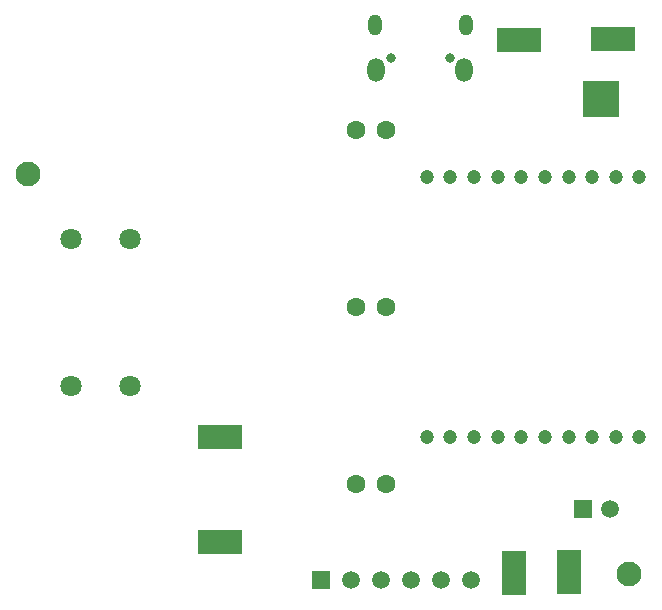
<source format=gbr>
%TF.GenerationSoftware,Altium Limited,Altium Designer,21.6.1 (37)*%
G04 Layer_Color=255*
%FSLAX43Y43*%
%MOMM*%
%TF.SameCoordinates,1E6E8873-E5BF-4629-9129-2C513CDE5FDC*%
%TF.FilePolarity,Positive*%
%TF.FileFunction,Pads,Bot*%
%TF.Part,Single*%
G01*
G75*
%TA.AperFunction,SMDPad,CuDef*%
%ADD16R,3.100X3.100*%
%TA.AperFunction,ComponentPad*%
%ADD27C,2.100*%
%ADD28C,1.500*%
%ADD29R,1.500X1.500*%
%ADD30C,1.800*%
%ADD31C,0.800*%
%ADD32O,1.150X1.800*%
%ADD33O,1.450X2.000*%
%ADD34C,1.600*%
%ADD35C,1.200*%
%TA.AperFunction,SMDPad,CuDef*%
%ADD39R,2.030X3.800*%
%ADD40R,3.800X2.030*%
D16*
X55900Y43332D02*
D03*
D27*
X58300Y3100D02*
D03*
X7400Y37000D02*
D03*
D28*
X44900Y2600D02*
D03*
X42360D02*
D03*
X39820D02*
D03*
X37280D02*
D03*
X34740D02*
D03*
X56639Y8636D02*
D03*
D29*
X32200Y2600D02*
D03*
X54359Y8636D02*
D03*
D30*
X16010Y31496D02*
D03*
Y18996D02*
D03*
X11010Y31496D02*
D03*
Y18996D02*
D03*
D31*
X38100Y46841D02*
D03*
X43100D02*
D03*
D32*
X36725Y49591D02*
D03*
X44475D02*
D03*
D33*
X36875Y45791D02*
D03*
X44325D02*
D03*
D34*
X37680Y10746D02*
D03*
X35140D02*
D03*
X37680Y25746D02*
D03*
X35140D02*
D03*
X37680Y40746D02*
D03*
X35140D02*
D03*
D35*
X59150Y36755D02*
D03*
X57150D02*
D03*
X55150D02*
D03*
X53150D02*
D03*
X51150D02*
D03*
X49150D02*
D03*
X47150D02*
D03*
X45150D02*
D03*
X43150D02*
D03*
X41150D02*
D03*
X59150Y14755D02*
D03*
X57150D02*
D03*
X55150D02*
D03*
X53150D02*
D03*
X51150D02*
D03*
X49150D02*
D03*
X47150D02*
D03*
X45150D02*
D03*
X43150D02*
D03*
X41150D02*
D03*
D39*
X48500Y3200D02*
D03*
X53150Y3302D02*
D03*
D40*
X23622Y14755D02*
D03*
Y5842D02*
D03*
X48952Y48300D02*
D03*
X56900Y48400D02*
D03*
%TF.MD5,ae82f20f7a73b44911488129a62ef1ab*%
M02*

</source>
